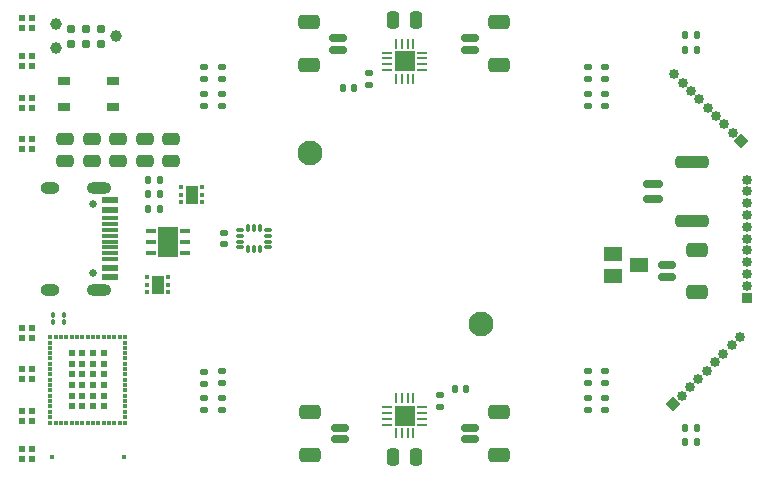
<source format=gbr>
%TF.GenerationSoftware,KiCad,Pcbnew,9.0.3*%
%TF.CreationDate,2025-07-23T20:32:43-05:00*%
%TF.ProjectId,MouseWB5,4d6f7573-6557-4423-952e-6b696361645f,rev?*%
%TF.SameCoordinates,Original*%
%TF.FileFunction,Soldermask,Top*%
%TF.FilePolarity,Negative*%
%FSLAX46Y46*%
G04 Gerber Fmt 4.6, Leading zero omitted, Abs format (unit mm)*
G04 Created by KiCad (PCBNEW 9.0.3) date 2025-07-23 20:32:43*
%MOMM*%
%LPD*%
G01*
G04 APERTURE LIST*
G04 Aperture macros list*
%AMRoundRect*
0 Rectangle with rounded corners*
0 $1 Rounding radius*
0 $2 $3 $4 $5 $6 $7 $8 $9 X,Y pos of 4 corners*
0 Add a 4 corners polygon primitive as box body*
4,1,4,$2,$3,$4,$5,$6,$7,$8,$9,$2,$3,0*
0 Add four circle primitives for the rounded corners*
1,1,$1+$1,$2,$3*
1,1,$1+$1,$4,$5*
1,1,$1+$1,$6,$7*
1,1,$1+$1,$8,$9*
0 Add four rect primitives between the rounded corners*
20,1,$1+$1,$2,$3,$4,$5,0*
20,1,$1+$1,$4,$5,$6,$7,0*
20,1,$1+$1,$6,$7,$8,$9,0*
20,1,$1+$1,$8,$9,$2,$3,0*%
%AMHorizOval*
0 Thick line with rounded ends*
0 $1 width*
0 $2 $3 position (X,Y) of the first rounded end (center of the circle)*
0 $4 $5 position (X,Y) of the second rounded end (center of the circle)*
0 Add line between two ends*
20,1,$1,$2,$3,$4,$5,0*
0 Add two circle primitives to create the rounded ends*
1,1,$1,$2,$3*
1,1,$1,$4,$5*%
%AMRotRect*
0 Rectangle, with rotation*
0 The origin of the aperture is its center*
0 $1 length*
0 $2 width*
0 $3 Rotation angle, in degrees counterclockwise*
0 Add horizontal line*
21,1,$1,$2,0,0,$3*%
G04 Aperture macros list end*
%ADD10C,2.100000*%
%ADD11RoundRect,0.250000X0.250000X0.475000X-0.250000X0.475000X-0.250000X-0.475000X0.250000X-0.475000X0*%
%ADD12R,1.050000X0.650000*%
%ADD13R,0.850000X0.850000*%
%ADD14O,0.850000X0.850000*%
%ADD15RoundRect,0.135000X0.135000X0.185000X-0.135000X0.185000X-0.135000X-0.185000X0.135000X-0.185000X0*%
%ADD16RoundRect,0.135000X0.185000X-0.135000X0.185000X0.135000X-0.185000X0.135000X-0.185000X-0.135000X0*%
%ADD17RoundRect,0.050800X-0.225000X0.225000X-0.225000X-0.225000X0.225000X-0.225000X0.225000X0.225000X0*%
%ADD18RoundRect,0.150000X0.625000X-0.150000X0.625000X0.150000X-0.625000X0.150000X-0.625000X-0.150000X0*%
%ADD19RoundRect,0.250000X0.650000X-0.350000X0.650000X0.350000X-0.650000X0.350000X-0.650000X-0.350000X0*%
%ADD20RoundRect,0.250000X-0.475000X0.250000X-0.475000X-0.250000X0.475000X-0.250000X0.475000X0.250000X0*%
%ADD21RoundRect,0.062500X0.325000X0.062500X-0.325000X0.062500X-0.325000X-0.062500X0.325000X-0.062500X0*%
%ADD22RoundRect,0.062500X0.062500X0.325000X-0.062500X0.325000X-0.062500X-0.325000X0.062500X-0.325000X0*%
%ADD23R,1.800000X1.800000*%
%ADD24RoundRect,0.150000X-0.625000X0.150000X-0.625000X-0.150000X0.625000X-0.150000X0.625000X0.150000X0*%
%ADD25RoundRect,0.250000X-0.650000X0.350000X-0.650000X-0.350000X0.650000X-0.350000X0.650000X0.350000X0*%
%ADD26RoundRect,0.135000X-0.185000X0.135000X-0.185000X-0.135000X0.185000X-0.135000X0.185000X0.135000X0*%
%ADD27RoundRect,0.093750X0.093750X0.106250X-0.093750X0.106250X-0.093750X-0.106250X0.093750X-0.106250X0*%
%ADD28R,1.000000X1.600000*%
%ADD29R,0.804800X0.450000*%
%ADD30R,1.750000X2.500000*%
%ADD31C,0.650000*%
%ADD32R,1.450000X0.600000*%
%ADD33R,1.450000X0.300000*%
%ADD34O,2.100000X1.000000*%
%ADD35O,1.600000X1.000000*%
%ADD36C,0.990600*%
%ADD37C,0.787400*%
%ADD38RoundRect,0.140000X-0.140000X-0.170000X0.140000X-0.170000X0.140000X0.170000X-0.140000X0.170000X0*%
%ADD39RoundRect,0.062500X-0.325000X-0.062500X0.325000X-0.062500X0.325000X0.062500X-0.325000X0.062500X0*%
%ADD40RoundRect,0.062500X-0.062500X-0.325000X0.062500X-0.325000X0.062500X0.325000X-0.062500X0.325000X0*%
%ADD41RoundRect,0.147500X0.147500X0.172500X-0.147500X0.172500X-0.147500X-0.172500X0.147500X-0.172500X0*%
%ADD42RotRect,0.850000X0.850000X135.000000*%
%ADD43HorizOval,0.850000X0.000000X0.000000X0.000000X0.000000X0*%
%ADD44RoundRect,0.150000X-0.700000X0.150000X-0.700000X-0.150000X0.700000X-0.150000X0.700000X0.150000X0*%
%ADD45RoundRect,0.250000X-1.150000X0.250000X-1.150000X-0.250000X1.150000X-0.250000X1.150000X0.250000X0*%
%ADD46RotRect,0.850000X0.850000X225.000000*%
%ADD47HorizOval,0.850000X0.000000X0.000000X0.000000X0.000000X0*%
%ADD48RoundRect,0.100000X-0.100000X0.130000X-0.100000X-0.130000X0.100000X-0.130000X0.100000X0.130000X0*%
%ADD49RoundRect,0.102000X-0.700000X0.500000X-0.700000X-0.500000X0.700000X-0.500000X0.700000X0.500000X0*%
%ADD50RoundRect,0.140000X-0.170000X0.140000X-0.170000X-0.140000X0.170000X-0.140000X0.170000X0.140000X0*%
%ADD51RoundRect,0.250000X-0.250000X-0.475000X0.250000X-0.475000X0.250000X0.475000X-0.250000X0.475000X0*%
%ADD52RoundRect,0.250000X0.475000X-0.250000X0.475000X0.250000X-0.475000X0.250000X-0.475000X-0.250000X0*%
%ADD53RoundRect,0.140000X0.140000X0.170000X-0.140000X0.170000X-0.140000X-0.170000X0.140000X-0.170000X0*%
%ADD54RoundRect,0.087500X0.225000X0.087500X-0.225000X0.087500X-0.225000X-0.087500X0.225000X-0.087500X0*%
%ADD55RoundRect,0.087500X0.087500X0.225000X-0.087500X0.225000X-0.087500X-0.225000X0.087500X-0.225000X0*%
%ADD56R,0.350000X0.350000*%
%ADD57R,0.350000X0.300000*%
%ADD58R,0.300000X0.350000*%
%ADD59R,0.600000X0.600000*%
%ADD60R,0.430000X0.430000*%
G04 APERTURE END LIST*
D10*
%TO.C,H3*%
X140000000Y-127250000D03*
%TD*%
D11*
%TO.C,C3*%
X134450000Y-101500000D03*
X132550000Y-101500000D03*
%TD*%
D12*
%TO.C,SW1*%
X108825000Y-108825000D03*
X104675000Y-108825000D03*
X108825000Y-106675000D03*
X104675000Y-106675000D03*
%TD*%
D13*
%TO.C,J2*%
X162500000Y-125000000D03*
D14*
X162500000Y-124000000D03*
X162500000Y-123000000D03*
X162500000Y-122000000D03*
X162500000Y-121000000D03*
X162500000Y-120000000D03*
X162500000Y-119000000D03*
X162500000Y-118000000D03*
X162500000Y-117000000D03*
X162500000Y-116000000D03*
X162500000Y-115000000D03*
%TD*%
D15*
%TO.C,R3*%
X158260000Y-104000000D03*
X157240000Y-104000000D03*
%TD*%
D16*
%TO.C,MR9*%
X116500000Y-132280000D03*
X116500000Y-131260000D03*
%TD*%
%TO.C,MR3*%
X116500000Y-108760000D03*
X116500000Y-107740000D03*
%TD*%
D15*
%TO.C,R1*%
X112760000Y-115000000D03*
X111740000Y-115000000D03*
%TD*%
D16*
%TO.C,MR14*%
X150510000Y-132240000D03*
X150510000Y-131220000D03*
%TD*%
D17*
%TO.C,LED4*%
X101924700Y-127575100D03*
X101924900Y-128424900D03*
X101075100Y-127575100D03*
X101075100Y-128424900D03*
%TD*%
D18*
%TO.C,M2*%
X128000000Y-137000000D03*
X128000000Y-136000000D03*
D19*
X125475000Y-138300000D03*
X125475000Y-134700000D03*
%TD*%
D20*
%TO.C,C5*%
X109250000Y-111550000D03*
X109250000Y-113450000D03*
%TD*%
D21*
%TO.C,U2*%
X134987500Y-105750000D03*
X134987500Y-105250000D03*
X134987500Y-104750000D03*
X134987500Y-104250000D03*
D22*
X134250000Y-103512500D03*
X133750000Y-103512500D03*
X133250000Y-103512500D03*
X132750000Y-103512500D03*
D21*
X132012500Y-104250000D03*
X132012500Y-104750000D03*
X132012500Y-105250000D03*
X132012500Y-105750000D03*
D22*
X132750000Y-106487500D03*
X133250000Y-106487500D03*
X133750000Y-106487500D03*
X134250000Y-106487500D03*
D23*
X133500000Y-105000000D03*
%TD*%
D20*
%TO.C,C4*%
X107000000Y-111550000D03*
X107000000Y-113450000D03*
%TD*%
%TO.C,C10*%
X113750000Y-111550000D03*
X113750000Y-113450000D03*
%TD*%
D24*
%TO.C,M3*%
X139000000Y-103000000D03*
X139000000Y-104000000D03*
D25*
X141525000Y-101700000D03*
X141525000Y-105300000D03*
%TD*%
D26*
%TO.C,R7*%
X130500000Y-105990000D03*
X130500000Y-107010000D03*
%TD*%
D27*
%TO.C,U7*%
X116387500Y-116925000D03*
X116387500Y-116275000D03*
X116387500Y-115625000D03*
X114612500Y-115625000D03*
X114612500Y-116275000D03*
X114612500Y-116925000D03*
D28*
X115500000Y-116275000D03*
%TD*%
D29*
%TO.C,U6*%
X114904800Y-121250000D03*
X114904800Y-120299999D03*
X114904800Y-119349998D03*
X112000000Y-119349998D03*
X112000000Y-120299999D03*
X112000000Y-121250000D03*
D30*
X113452400Y-120299999D03*
%TD*%
D31*
%TO.C,J1*%
X107100000Y-117110000D03*
X107100000Y-122890000D03*
D32*
X108545000Y-116750000D03*
X108545000Y-117550000D03*
D33*
X108545000Y-118750000D03*
X108545000Y-119750000D03*
X108545000Y-120250000D03*
X108545000Y-121250000D03*
D32*
X108545000Y-122450000D03*
X108545000Y-123250000D03*
X108545000Y-123250000D03*
X108545000Y-122450000D03*
D33*
X108545000Y-121750000D03*
X108545000Y-120750000D03*
X108545000Y-119250000D03*
X108545000Y-118250000D03*
D32*
X108545000Y-117550000D03*
X108545000Y-116750000D03*
D34*
X107630000Y-115680000D03*
D35*
X103450000Y-115680000D03*
D34*
X107630000Y-124320000D03*
D35*
X103450000Y-124320000D03*
%TD*%
D36*
%TO.C,J11*%
X109040000Y-102885000D03*
X103960000Y-103901000D03*
X103960000Y-101869000D03*
D37*
X107770000Y-102250000D03*
X107770000Y-103520000D03*
X106500000Y-102250000D03*
X106500000Y-103520000D03*
X105230000Y-102250000D03*
X105230000Y-103520000D03*
%TD*%
D16*
%TO.C,MR8*%
X150500000Y-108760000D03*
X150500000Y-107740000D03*
%TD*%
%TO.C,MR11*%
X116510000Y-134510000D03*
X116510000Y-133490000D03*
%TD*%
%TO.C,MR16*%
X150510000Y-134500000D03*
X150510000Y-133480000D03*
%TD*%
D38*
%TO.C,C9*%
X137770000Y-132750000D03*
X138730000Y-132750000D03*
%TD*%
D16*
%TO.C,MR10*%
X118010000Y-132260000D03*
X118010000Y-131240000D03*
%TD*%
D27*
%TO.C,U4*%
X113500000Y-124550000D03*
X113500000Y-123900000D03*
X113500000Y-123250000D03*
X111725000Y-123250000D03*
X111725000Y-123900000D03*
X111725000Y-124550000D03*
D28*
X112612500Y-123900000D03*
%TD*%
D17*
%TO.C,LED7*%
X101924700Y-104575100D03*
X101924900Y-105424900D03*
X101075100Y-104575100D03*
X101075100Y-105424900D03*
%TD*%
D16*
%TO.C,MR12*%
X118010000Y-134510000D03*
X118010000Y-133490000D03*
%TD*%
%TO.C,MR7*%
X149000000Y-108775000D03*
X149000000Y-107755000D03*
%TD*%
D39*
%TO.C,U3*%
X132012500Y-134250000D03*
X132012500Y-134750000D03*
X132012500Y-135250000D03*
X132012500Y-135750000D03*
D40*
X132750000Y-136487500D03*
X133250000Y-136487500D03*
X133750000Y-136487500D03*
X134250000Y-136487500D03*
D39*
X134987500Y-135750000D03*
X134987500Y-135250000D03*
X134987500Y-134750000D03*
X134987500Y-134250000D03*
D40*
X134250000Y-133512500D03*
X133750000Y-133512500D03*
X133250000Y-133512500D03*
X132750000Y-133512500D03*
D23*
X133500000Y-135000000D03*
%TD*%
D41*
%TO.C,D1*%
X158250000Y-137250000D03*
X157280000Y-137250000D03*
%TD*%
D42*
%TO.C,J10*%
X156250000Y-134000000D03*
D43*
X156957107Y-133292893D03*
X157664214Y-132585786D03*
X158371320Y-131878680D03*
X159078427Y-131171573D03*
X159785534Y-130464466D03*
X160492641Y-129757359D03*
X161199747Y-129050253D03*
X161906854Y-128343146D03*
%TD*%
D16*
%TO.C,MR13*%
X149000000Y-132270000D03*
X149000000Y-131250000D03*
%TD*%
D44*
%TO.C,J9*%
X154500000Y-115400000D03*
X154500000Y-116650000D03*
D45*
X157850000Y-113550000D03*
X157850000Y-118500000D03*
%TD*%
D24*
%TO.C,M5*%
X155750000Y-122250000D03*
X155750000Y-123250000D03*
D25*
X158275000Y-120950000D03*
X158275000Y-124550000D03*
%TD*%
D16*
%TO.C,MR2*%
X118000000Y-106510000D03*
X118000000Y-105490000D03*
%TD*%
D46*
%TO.C,J3*%
X162000000Y-111750000D03*
D47*
X161292893Y-111042893D03*
X160585786Y-110335786D03*
X159878680Y-109628680D03*
X159171573Y-108921573D03*
X158464466Y-108214466D03*
X157757359Y-107507359D03*
X157050253Y-106800253D03*
X156343146Y-106093146D03*
%TD*%
D16*
%TO.C,R8*%
X136500000Y-134260000D03*
X136500000Y-133240000D03*
%TD*%
D20*
%TO.C,C7*%
X111500000Y-111550000D03*
X111500000Y-113450000D03*
%TD*%
D17*
%TO.C,LED1*%
X101924700Y-137825100D03*
X101924900Y-138674900D03*
X101075100Y-137825100D03*
X101075100Y-138674900D03*
%TD*%
D16*
%TO.C,MR4*%
X118000000Y-108770000D03*
X118000000Y-107750000D03*
%TD*%
%TO.C,MR1*%
X116500000Y-106510000D03*
X116500000Y-105490000D03*
%TD*%
D48*
%TO.C,R5*%
X104625000Y-126430000D03*
X104625000Y-127070000D03*
%TD*%
%TO.C,R6*%
X103750000Y-126430000D03*
X103750000Y-127070000D03*
%TD*%
D17*
%TO.C,LED6*%
X101924700Y-108075100D03*
X101924900Y-108924900D03*
X101075100Y-108075100D03*
X101075100Y-108924900D03*
%TD*%
D16*
%TO.C,MR15*%
X149010000Y-134500000D03*
X149010000Y-133480000D03*
%TD*%
D49*
%TO.C,Q1*%
X151162700Y-121300000D03*
X151162700Y-123200000D03*
X153362700Y-122250000D03*
%TD*%
D17*
%TO.C,LED5*%
X101924700Y-111575100D03*
X101924900Y-112424900D03*
X101075100Y-111575100D03*
X101075100Y-112424900D03*
%TD*%
D50*
%TO.C,C2*%
X118250000Y-119520000D03*
X118250000Y-120480000D03*
%TD*%
D15*
%TO.C,R10*%
X112760000Y-117500000D03*
X111740000Y-117500000D03*
%TD*%
%TO.C,R4*%
X158260000Y-136000000D03*
X157240000Y-136000000D03*
%TD*%
D18*
%TO.C,M4*%
X127900000Y-104000000D03*
X127900000Y-103000000D03*
D19*
X125375000Y-105300000D03*
X125375000Y-101700000D03*
%TD*%
D41*
%TO.C,D2*%
X158235000Y-102750000D03*
X157265000Y-102750000D03*
%TD*%
D24*
%TO.C,M1*%
X139000000Y-136000000D03*
X139000000Y-137000000D03*
D25*
X141525000Y-134700000D03*
X141525000Y-138300000D03*
%TD*%
D51*
%TO.C,C6*%
X132550000Y-138500000D03*
X134450000Y-138500000D03*
%TD*%
D17*
%TO.C,LED3*%
X101924700Y-131075100D03*
X101924900Y-131924900D03*
X101075100Y-131075100D03*
X101075100Y-131924900D03*
%TD*%
D52*
%TO.C,C1*%
X104750000Y-113450000D03*
X104750000Y-111550000D03*
%TD*%
D16*
%TO.C,MR6*%
X150500000Y-106510000D03*
X150500000Y-105490000D03*
%TD*%
D17*
%TO.C,LED2*%
X101924700Y-134575100D03*
X101924900Y-135424900D03*
X101075100Y-134575100D03*
X101075100Y-135424900D03*
%TD*%
D53*
%TO.C,C8*%
X129230000Y-107250000D03*
X128270000Y-107250000D03*
%TD*%
D54*
%TO.C,U5*%
X121912500Y-120750000D03*
X121912500Y-120250000D03*
X121912500Y-119750000D03*
X121912500Y-119250000D03*
D55*
X121250000Y-119087500D03*
X120750000Y-119087500D03*
X120250000Y-119087500D03*
D54*
X119587500Y-119250000D03*
X119587500Y-119750000D03*
X119587500Y-120250000D03*
X119587500Y-120750000D03*
D55*
X120250000Y-120912500D03*
X120750000Y-120912500D03*
X121250000Y-120912500D03*
%TD*%
D56*
%TO.C,U1*%
X109850000Y-135575000D03*
D57*
X109850000Y-135100000D03*
X109850000Y-134650000D03*
X109850000Y-134200000D03*
X109850000Y-133750000D03*
X109850000Y-133300000D03*
X109850000Y-132850000D03*
X109850000Y-132400000D03*
X109850000Y-131950000D03*
X109850000Y-131500000D03*
X109850000Y-131050000D03*
X109850000Y-130600000D03*
X109850000Y-130150000D03*
X109850000Y-129700000D03*
X109850000Y-129250000D03*
X109850000Y-128800000D03*
D56*
X109850000Y-128325000D03*
D58*
X109375000Y-128325000D03*
X108925000Y-128325000D03*
X108475000Y-128325000D03*
X108025000Y-128325000D03*
X107575000Y-128325000D03*
X107125000Y-128325000D03*
X106675000Y-128325000D03*
X106225000Y-128325000D03*
X105775000Y-128325000D03*
X105325000Y-128325000D03*
X104875000Y-128325000D03*
X104425000Y-128325000D03*
X103975000Y-128325000D03*
D56*
X103500000Y-128325000D03*
D57*
X103500000Y-128800000D03*
X103500000Y-129250000D03*
X103500000Y-129700000D03*
X103500000Y-130150000D03*
X103500000Y-130600000D03*
X103500000Y-131050000D03*
X103500000Y-131500000D03*
X103500000Y-131950000D03*
X103500000Y-132400000D03*
X103500000Y-132850000D03*
X103500000Y-133300000D03*
X103500000Y-133750000D03*
X103500000Y-134200000D03*
X103500000Y-134650000D03*
X103500000Y-135100000D03*
D56*
X103500000Y-135575000D03*
D58*
X103975000Y-135575000D03*
X104425000Y-135575000D03*
X104875000Y-135575000D03*
X105325000Y-135575000D03*
X105775000Y-135575000D03*
X106225000Y-135575000D03*
X106675000Y-135575000D03*
X107125000Y-135575000D03*
X107575000Y-135575000D03*
X108025000Y-135575000D03*
X108475000Y-135575000D03*
X108925000Y-135575000D03*
X109375000Y-135575000D03*
D59*
X108025000Y-134200000D03*
X108025000Y-133300000D03*
X108025000Y-132400000D03*
X108025000Y-131500000D03*
X108025000Y-130600000D03*
X108025000Y-129700000D03*
X107125000Y-129700000D03*
X106225000Y-129700000D03*
X105325000Y-129700000D03*
X105325000Y-130600000D03*
X105325000Y-131500000D03*
X105325000Y-132400000D03*
X105325000Y-133300000D03*
X105325000Y-134200000D03*
X106225000Y-134200000D03*
X107125000Y-134200000D03*
X107125000Y-133300000D03*
X107125000Y-132400000D03*
X107125000Y-131500000D03*
X107125000Y-130600000D03*
X106225000Y-130600000D03*
X106225000Y-131500000D03*
X106225000Y-132400000D03*
X106225000Y-133300000D03*
D60*
X109725000Y-138535000D03*
X103625000Y-138535000D03*
%TD*%
D16*
%TO.C,MR5*%
X149000000Y-106510000D03*
X149000000Y-105490000D03*
%TD*%
D15*
%TO.C,R2*%
X112760000Y-116250000D03*
X111740000Y-116250000D03*
%TD*%
D17*
%TO.C,LED8*%
X101924700Y-101325100D03*
X101924900Y-102174900D03*
X101075100Y-101325100D03*
X101075100Y-102174900D03*
%TD*%
D10*
%TO.C,H2*%
X125500000Y-112750000D03*
%TD*%
M02*

</source>
